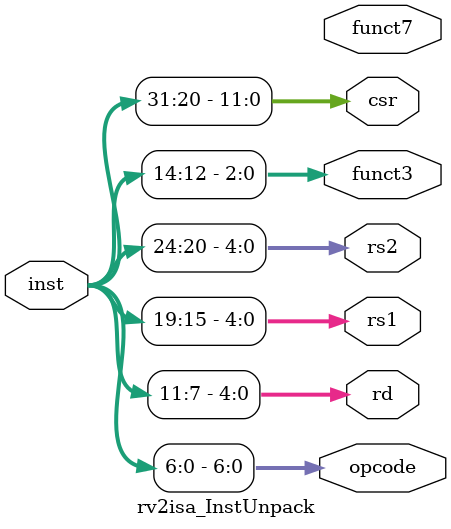
<source format=v>

`ifndef TINY_RV2_INST_V
`define TINY_RV2_INST_V


`define RV2ISA_INST_OPCODE  6:0
`define RV2ISA_INST_RD      11:7
`define RV2ISA_INST_RS1     19:15
`define RV2ISA_INST_RS2     24:20
`define RV2ISA_INST_FUNCT3  14:12
`define RV2ISA_INST_FUNCT7  31:25
`define RV2ISA_INST_CSR     31:20

//------------------------------------------------------------------------
// Field sizes
//------------------------------------------------------------------------

`define RV2ISA_INST_NBITS          32
`define RV2ISA_INST_OPCODE_NBITS   7
`define RV2ISA_INST_RD_NBITS       5
`define RV2ISA_INST_RS1_NBITS      5
`define RV2ISA_INST_RS2_NBITS      5
`define RV2ISA_INST_FUNCT3_NBITS   3
`define RV2ISA_INST_FUNCT7_NBITS   7
`define RV2ISA_INST_CSR_NBITS      12

//------------------------------------------------------------------------
// Instruction opcodes
//------------------------------------------------------------------------

// Basic instructions

`define RV2ISA_INST_CSRR  32'b???????_?????_?????_010_?????_1110011
`define RV2ISA_INST_CSRW  32'b???????_?????_?????_001_?????_1110011
`define RV2ISA_INST_NOP   32'b0000000_00000_00000_000_00000_0010011
`define RV2ISA_ZERO       32'b0000000_00000_00000_000_00000_0000000

// Register-register arithmetic, logical, and comparison instructions

`define RV2ISA_INST_ADD   32'b0000000_?????_?????_000_?????_0110011
`define RV2ISA_INST_SUB   32'b0100000_?????_?????_000_?????_0110011
`define RV2ISA_INST_AND   32'b0000000_?????_?????_111_?????_0110011
`define RV2ISA_INST_OR    32'b0000000_?????_?????_110_?????_0110011
`define RV2ISA_INST_XOR   32'b0000000_?????_?????_100_?????_0110011
`define RV2ISA_INST_SLT   32'b0000000_?????_?????_010_?????_0110011
`define RV2ISA_INST_SLTU  32'b0000000_?????_?????_011_?????_0110011
`define RV2ISA_INST_MUL   32'b0000001_?????_?????_000_?????_0110011 // TODO

// Register-immediate arithmetic, logical, and comparison instructions

`define RV2ISA_INST_ADDI  32'b???????_?????_?????_000_?????_0010011
`define RV2ISA_INST_ANDI  32'b???????_?????_?????_111_?????_0010011
`define RV2ISA_INST_ORI   32'b???????_?????_?????_110_?????_0010011
`define RV2ISA_INST_XORI  32'b???????_?????_?????_100_?????_0010011
`define RV2ISA_INST_SLTI  32'b???????_?????_?????_010_?????_0010011
`define RV2ISA_INST_SLTIU 32'b???????_?????_?????_011_?????_0010011

// Shift instructions

`define RV2ISA_INST_SRA   32'b0100000_?????_?????_101_?????_0110011
`define RV2ISA_INST_SRL   32'b0000000_?????_?????_101_?????_0110011
`define RV2ISA_INST_SLL   32'b0000000_?????_?????_001_?????_0110011
`define RV2ISA_INST_SRAI  32'b0100000_?????_?????_101_?????_0010011
`define RV2ISA_INST_SRLI  32'b0000000_?????_?????_101_?????_0010011
`define RV2ISA_INST_SLLI  32'b0000000_?????_?????_001_?????_0010011

// Other instructions

`define RV2ISA_INST_LUI   32'b???????_?????_?????_???_?????_0110111 // TODO
`define RV2ISA_INST_AUIPC 32'b???????_?????_?????_???_?????_0010111

// Memory instructions

`define RV2ISA_INST_LW    32'b???????_?????_?????_010_?????_0000011
`define RV2ISA_INST_SW    32'b???????_?????_?????_010_?????_0100011

// Unconditional jump instructions

`define RV2ISA_INST_JAL   32'b???????_?????_?????_???_?????_1101111
`define RV2ISA_INST_JALR  32'b???????_?????_?????_000_?????_1100111

// Conditional branch instructions

`define RV2ISA_INST_BEQ   32'b???????_?????_?????_000_?????_1100011
`define RV2ISA_INST_BNE   32'b???????_?????_?????_001_?????_1100011
`define RV2ISA_INST_BLT   32'b???????_?????_?????_100_?????_1100011
`define RV2ISA_INST_BGE   32'b???????_?????_?????_101_?????_1100011
`define RV2ISA_INST_BLTU  32'b???????_?????_?????_110_?????_1100011
`define RV2ISA_INST_BGEU  32'b???????_?????_?????_111_?????_1100011

//------------------------------------------------------------------------
// Coprocessor registers
//------------------------------------------------------------------------

`define RV2ISA_CPR_PROC2MNGR  12'h7C0
`define RV2ISA_CPR_MNGR2PROC  12'hFC0
`define RV2ISA_CPR_COREID     12'hF14
`define RV2ISA_CPR_NUMCORES   12'hFC1
`define RV2ISA_CPR_STATS_EN   12'h7C1

//------------------------------------------------------------------------
// Unpack instruction
//------------------------------------------------------------------------

module rv2isa_InstUnpack
(
  // Packed message

  input  [`RV2ISA_INST_NBITS-1:0]        inst,

  // Packed fields

  output [`RV2ISA_INST_OPCODE_NBITS-1:0] opcode,
  output [`RV2ISA_INST_RD_NBITS-1:0]     rd,
  output [`RV2ISA_INST_RS1_NBITS-1:0]    rs1,
  output [`RV2ISA_INST_RS2_NBITS-1:0]    rs2,
  output [`RV2ISA_INST_FUNCT3_NBITS-1:0] funct3,
  output [`RV2ISA_INST_FUNCT7_NBITS-1:0] funct7,
  output [`RV2ISA_INST_CSR_NBITS-1:0]    csr
);

  assign opcode   = inst[`RV2ISA_INST_OPCODE];
  assign rd       = inst[`RV2ISA_INST_RD];
  assign rs1      = inst[`RV2ISA_INST_RS1];
  assign rs2      = inst[`RV2ISA_INST_RS2];
  assign funct3   = inst[`RV2ISA_INST_FUNCT3];
  assign csr      = inst[`RV2ISA_INST_CSR];

endmodule

`endif /* TINY_RV2_INST_V */


</source>
